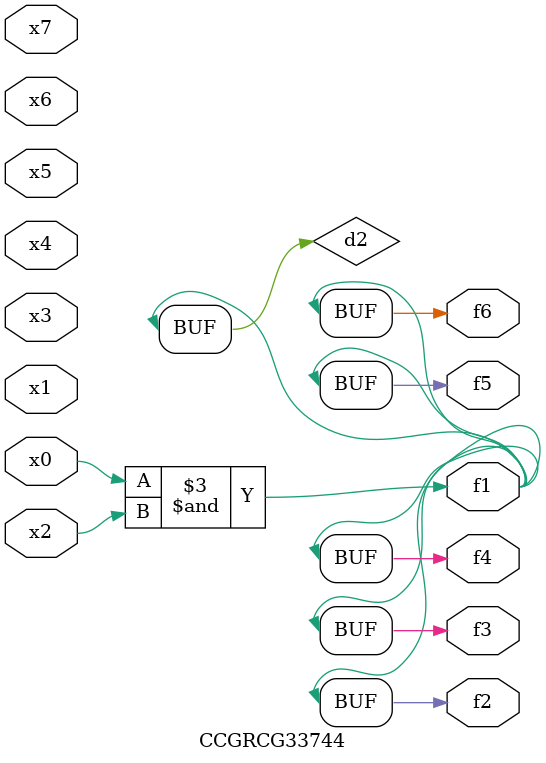
<source format=v>
module CCGRCG33744(
	input x0, x1, x2, x3, x4, x5, x6, x7,
	output f1, f2, f3, f4, f5, f6
);

	wire d1, d2;

	nor (d1, x3, x6);
	and (d2, x0, x2);
	assign f1 = d2;
	assign f2 = d2;
	assign f3 = d2;
	assign f4 = d2;
	assign f5 = d2;
	assign f6 = d2;
endmodule

</source>
